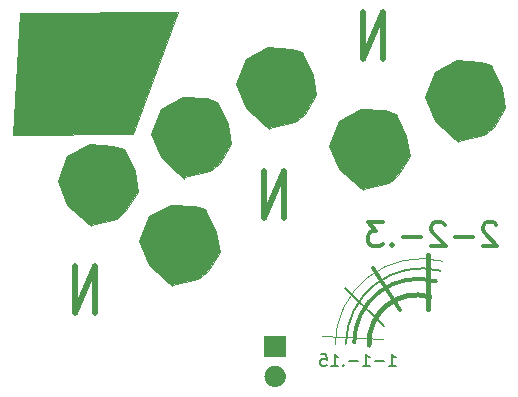
<source format=gbs>
G04 #@! TF.GenerationSoftware,KiCad,Pcbnew,(5.1.0-1548-g3fefe01d2)*
G04 #@! TF.CreationDate,2019-08-20T19:22:30-04:00*
G04 #@! TF.ProjectId,MotorcycleSpeedo,4d6f746f-7263-4796-936c-655370656564,rev?*
G04 #@! TF.SameCoordinates,Original*
G04 #@! TF.FileFunction,Soldermask,Bot*
G04 #@! TF.FilePolarity,Negative*
%FSLAX46Y46*%
G04 Gerber Fmt 4.6, Leading zero omitted, Abs format (unit mm)*
G04 Created by KiCad (PCBNEW (5.1.0-1548-g3fefe01d2)) date 2019-08-20 19:22:30*
%MOMM*%
%LPD*%
G04 APERTURE LIST*
%ADD10C,0.100000*%
%ADD11C,0.400000*%
%ADD12C,0.200000*%
%ADD13C,0.300000*%
%ADD14C,0.150000*%
%ADD15C,0.500000*%
G04 APERTURE END LIST*
D10*
G36*
X106000000Y-87000000D02*
G01*
X95800000Y-87100000D01*
X96400000Y-76800000D01*
X109800000Y-76700000D01*
X106000000Y-87000000D01*
G37*
X106000000Y-87000000D02*
X95800000Y-87100000D01*
X96400000Y-76800000D01*
X109800000Y-76700000D01*
X106000000Y-87000000D01*
D11*
X130900000Y-101800000D02*
X130900000Y-97300000D01*
D10*
X127100000Y-104400000D02*
X122000000Y-104100000D01*
D12*
X127200000Y-103300000D02*
X123900000Y-100100000D01*
D13*
X128600000Y-101900000D02*
X126300000Y-98400000D01*
X136728571Y-94695238D02*
X136633333Y-94600000D01*
X136442857Y-94504761D01*
X135966666Y-94504761D01*
X135776190Y-94600000D01*
X135680952Y-94695238D01*
X135585714Y-94885714D01*
X135585714Y-95076190D01*
X135680952Y-95361904D01*
X136823809Y-96504761D01*
X135585714Y-96504761D01*
X134728571Y-95742857D02*
X133204761Y-95742857D01*
X132347619Y-94695238D02*
X132252380Y-94600000D01*
X132061904Y-94504761D01*
X131585714Y-94504761D01*
X131395238Y-94600000D01*
X131300000Y-94695238D01*
X131204761Y-94885714D01*
X131204761Y-95076190D01*
X131300000Y-95361904D01*
X132442857Y-96504761D01*
X131204761Y-96504761D01*
X130347619Y-95742857D02*
X128823809Y-95742857D01*
X127871428Y-96314285D02*
X127776190Y-96409523D01*
X127871428Y-96504761D01*
X127966666Y-96409523D01*
X127871428Y-96314285D01*
X127871428Y-96504761D01*
X127109523Y-94504761D02*
X125871428Y-94504761D01*
X126538095Y-95266666D01*
X126252380Y-95266666D01*
X126061904Y-95361904D01*
X125966666Y-95457142D01*
X125871428Y-95647619D01*
X125871428Y-96123809D01*
X125966666Y-96314285D01*
X126061904Y-96409523D01*
X126252380Y-96504761D01*
X126823809Y-96504761D01*
X127014285Y-96409523D01*
X127109523Y-96314285D01*
D14*
X127619047Y-106652380D02*
X128190476Y-106652380D01*
X127904761Y-106652380D02*
X127904761Y-105652380D01*
X128000000Y-105795238D01*
X128095238Y-105890476D01*
X128190476Y-105938095D01*
X127190476Y-106271428D02*
X126428571Y-106271428D01*
X125428571Y-106652380D02*
X126000000Y-106652380D01*
X125714285Y-106652380D02*
X125714285Y-105652380D01*
X125809523Y-105795238D01*
X125904761Y-105890476D01*
X126000000Y-105938095D01*
X125000000Y-106271428D02*
X124238095Y-106271428D01*
X123761904Y-106557142D02*
X123714285Y-106604761D01*
X123761904Y-106652380D01*
X123809523Y-106604761D01*
X123761904Y-106557142D01*
X123761904Y-106652380D01*
X122761904Y-106652380D02*
X123333333Y-106652380D01*
X123047619Y-106652380D02*
X123047619Y-105652380D01*
X123142857Y-105795238D01*
X123238095Y-105890476D01*
X123333333Y-105938095D01*
X121857142Y-105652380D02*
X122333333Y-105652380D01*
X122380952Y-106128571D01*
X122333333Y-106080952D01*
X122238095Y-106033333D01*
X122000000Y-106033333D01*
X121904761Y-106080952D01*
X121857142Y-106128571D01*
X121809523Y-106223809D01*
X121809523Y-106461904D01*
X121857142Y-106557142D01*
X121904761Y-106604761D01*
X122000000Y-106652380D01*
X122238095Y-106652380D01*
X122333333Y-106604761D01*
X122380952Y-106557142D01*
D10*
G36*
X135400000Y-80900000D02*
G01*
X136300000Y-81200000D01*
X137200000Y-83100000D01*
X137500000Y-84800000D01*
X136500000Y-86400000D01*
X135700000Y-87100000D01*
X133500000Y-87600000D01*
X133500000Y-87700000D01*
X131500000Y-85900000D01*
X130700000Y-83900000D01*
X131500000Y-81800000D01*
X133400000Y-80800000D01*
X135400000Y-80900000D01*
G37*
X135400000Y-80900000D02*
X136300000Y-81200000D01*
X137200000Y-83100000D01*
X137500000Y-84800000D01*
X136500000Y-86400000D01*
X135700000Y-87100000D01*
X133500000Y-87600000D01*
X133500000Y-87700000D01*
X131500000Y-85900000D01*
X130700000Y-83900000D01*
X131500000Y-81800000D01*
X133400000Y-80800000D01*
X135400000Y-80900000D01*
G36*
X119400000Y-79800000D02*
G01*
X120300000Y-80100000D01*
X121200000Y-82000000D01*
X121500000Y-83700000D01*
X120500000Y-85300000D01*
X119700000Y-86000000D01*
X117500000Y-86500000D01*
X117500000Y-86600000D01*
X115500000Y-84800000D01*
X114700000Y-82800000D01*
X115500000Y-80700000D01*
X117400000Y-79700000D01*
X119400000Y-79800000D01*
G37*
X119400000Y-79800000D02*
X120300000Y-80100000D01*
X121200000Y-82000000D01*
X121500000Y-83700000D01*
X120500000Y-85300000D01*
X119700000Y-86000000D01*
X117500000Y-86500000D01*
X117500000Y-86600000D01*
X115500000Y-84800000D01*
X114700000Y-82800000D01*
X115500000Y-80700000D01*
X117400000Y-79700000D01*
X119400000Y-79800000D01*
G36*
X127300000Y-85000000D02*
G01*
X128200000Y-85300000D01*
X129100000Y-87200000D01*
X129400000Y-88900000D01*
X128400000Y-90500000D01*
X127600000Y-91200000D01*
X125400000Y-91700000D01*
X125400000Y-91800000D01*
X123400000Y-90000000D01*
X122600000Y-88000000D01*
X123400000Y-85900000D01*
X125300000Y-84900000D01*
X127300000Y-85000000D01*
G37*
X127300000Y-85000000D02*
X128200000Y-85300000D01*
X129100000Y-87200000D01*
X129400000Y-88900000D01*
X128400000Y-90500000D01*
X127600000Y-91200000D01*
X125400000Y-91700000D01*
X125400000Y-91800000D01*
X123400000Y-90000000D01*
X122600000Y-88000000D01*
X123400000Y-85900000D01*
X125300000Y-84900000D01*
X127300000Y-85000000D01*
G36*
X112200000Y-84000000D02*
G01*
X113100000Y-84300000D01*
X114000000Y-86200000D01*
X114300000Y-87900000D01*
X113300000Y-89500000D01*
X112500000Y-90200000D01*
X110300000Y-90700000D01*
X110300000Y-90800000D01*
X108300000Y-89000000D01*
X107500000Y-87000000D01*
X108300000Y-84900000D01*
X110200000Y-83900000D01*
X112200000Y-84000000D01*
G37*
X112200000Y-84000000D02*
X113100000Y-84300000D01*
X114000000Y-86200000D01*
X114300000Y-87900000D01*
X113300000Y-89500000D01*
X112500000Y-90200000D01*
X110300000Y-90700000D01*
X110300000Y-90800000D01*
X108300000Y-89000000D01*
X107500000Y-87000000D01*
X108300000Y-84900000D01*
X110200000Y-83900000D01*
X112200000Y-84000000D01*
G36*
X104300000Y-88000000D02*
G01*
X105200000Y-88300000D01*
X106100000Y-90200000D01*
X106400000Y-91900000D01*
X105400000Y-93500000D01*
X104600000Y-94200000D01*
X102400000Y-94700000D01*
X102400000Y-94800000D01*
X100400000Y-93000000D01*
X99600000Y-91000000D01*
X100400000Y-88900000D01*
X102300000Y-87900000D01*
X104300000Y-88000000D01*
G37*
X104300000Y-88000000D02*
X105200000Y-88300000D01*
X106100000Y-90200000D01*
X106400000Y-91900000D01*
X105400000Y-93500000D01*
X104600000Y-94200000D01*
X102400000Y-94700000D01*
X102400000Y-94800000D01*
X100400000Y-93000000D01*
X99600000Y-91000000D01*
X100400000Y-88900000D01*
X102300000Y-87900000D01*
X104300000Y-88000000D01*
G36*
X111200000Y-93100000D02*
G01*
X112100000Y-93400000D01*
X113000000Y-95300000D01*
X113300000Y-97000000D01*
X112300000Y-98600000D01*
X111500000Y-99300000D01*
X109300000Y-99800000D01*
X109300000Y-99900000D01*
X107300000Y-98100000D01*
X106500000Y-96100000D01*
X107300000Y-94000000D01*
X109200000Y-93000000D01*
X111200000Y-93100000D01*
G37*
X111200000Y-93100000D02*
X112100000Y-93400000D01*
X113000000Y-95300000D01*
X113300000Y-97000000D01*
X112300000Y-98600000D01*
X111500000Y-99300000D01*
X109300000Y-99800000D01*
X109300000Y-99900000D01*
X107300000Y-98100000D01*
X106500000Y-96100000D01*
X107300000Y-94000000D01*
X109200000Y-93000000D01*
X111200000Y-93100000D01*
D11*
X125953207Y-104908460D02*
G75*
G02X131099999Y-100800001I4046793J208460D01*
G01*
D13*
X124687978Y-104700868D02*
G75*
G02X131599999Y-99500001I5412022J868D01*
G01*
D12*
X123996878Y-104803321D02*
G75*
G02X131999999Y-98600001I6403122J3321D01*
G01*
D10*
X123075385Y-104900001D02*
G75*
G02X132199999Y-97800001I7324615J1D01*
G01*
D15*
X127157142Y-80694693D02*
X127157142Y-76694693D01*
X125442857Y-80694693D01*
X125442857Y-76694693D01*
X118757142Y-94133935D02*
X118757142Y-90133935D01*
X117042857Y-94133935D01*
X117042857Y-90133935D01*
X102757142Y-102161269D02*
X102757142Y-98161269D01*
X101042857Y-102161269D01*
X101042857Y-98161269D01*
D10*
G36*
X118188360Y-106653835D02*
G01*
X118269397Y-106680166D01*
X118356663Y-106707848D01*
X118359655Y-106709493D01*
X118368488Y-106712363D01*
X118440466Y-106753919D01*
X118511499Y-106792970D01*
X118518986Y-106799253D01*
X118532511Y-106807061D01*
X118590259Y-106859057D01*
X118646857Y-106906549D01*
X118656962Y-106919118D01*
X118673261Y-106933793D01*
X118715454Y-106991867D01*
X118757579Y-107044260D01*
X118767994Y-107064182D01*
X118784586Y-107087019D01*
X118811297Y-107147012D01*
X118839439Y-107200843D01*
X118847582Y-107228510D01*
X118861621Y-107260042D01*
X118873992Y-107318241D01*
X118889328Y-107370349D01*
X118892518Y-107405401D01*
X118900999Y-107445301D01*
X118900999Y-107498592D01*
X118905343Y-107546324D01*
X118900999Y-107587653D01*
X118900999Y-107634699D01*
X118891217Y-107680721D01*
X118886873Y-107722047D01*
X118872702Y-107767827D01*
X118861621Y-107819958D01*
X118845028Y-107857226D01*
X118834622Y-107890843D01*
X118808789Y-107938620D01*
X118784586Y-107992981D01*
X118764298Y-108020905D01*
X118750580Y-108046276D01*
X118711859Y-108093082D01*
X118673261Y-108146207D01*
X118652284Y-108165095D01*
X118637952Y-108182419D01*
X118585845Y-108224917D01*
X118532511Y-108272939D01*
X118513524Y-108283901D01*
X118501025Y-108294095D01*
X118435780Y-108328786D01*
X118368488Y-108367637D01*
X118353636Y-108372463D01*
X118345003Y-108377053D01*
X118267430Y-108400473D01*
X118188360Y-108426165D01*
X118179114Y-108427137D01*
X118175851Y-108428122D01*
X118084710Y-108437059D01*
X118047211Y-108441000D01*
X117952789Y-108441000D01*
X117811640Y-108426165D01*
X117730603Y-108399834D01*
X117643337Y-108372152D01*
X117640345Y-108370507D01*
X117631512Y-108367637D01*
X117559534Y-108326081D01*
X117488501Y-108287030D01*
X117481014Y-108280747D01*
X117467489Y-108272939D01*
X117409741Y-108220943D01*
X117353143Y-108173451D01*
X117343038Y-108160882D01*
X117326739Y-108146207D01*
X117284546Y-108088133D01*
X117242421Y-108035740D01*
X117232006Y-108015818D01*
X117215414Y-107992981D01*
X117188703Y-107932988D01*
X117160561Y-107879157D01*
X117152418Y-107851490D01*
X117138379Y-107819958D01*
X117126008Y-107761759D01*
X117110672Y-107709651D01*
X117107482Y-107674599D01*
X117099001Y-107634699D01*
X117099001Y-107581408D01*
X117094657Y-107533676D01*
X117099001Y-107492347D01*
X117099001Y-107445301D01*
X117108783Y-107399279D01*
X117113127Y-107357953D01*
X117127298Y-107312173D01*
X117138379Y-107260042D01*
X117154972Y-107222774D01*
X117165378Y-107189157D01*
X117191211Y-107141380D01*
X117215414Y-107087019D01*
X117235702Y-107059095D01*
X117249420Y-107033724D01*
X117288141Y-106986918D01*
X117326739Y-106933793D01*
X117347716Y-106914905D01*
X117362048Y-106897581D01*
X117414155Y-106855083D01*
X117467489Y-106807061D01*
X117486476Y-106796099D01*
X117498975Y-106785905D01*
X117564220Y-106751214D01*
X117631512Y-106712363D01*
X117646364Y-106707537D01*
X117654997Y-106702947D01*
X117732570Y-106679527D01*
X117811640Y-106653835D01*
X117820886Y-106652863D01*
X117824149Y-106651878D01*
X117915290Y-106642941D01*
X117952789Y-106639000D01*
X118047211Y-106639000D01*
X118188360Y-106653835D01*
X118188360Y-106653835D01*
G37*
G36*
X118869899Y-104101959D02*
G01*
X118886769Y-104113231D01*
X118898041Y-104130101D01*
X118904448Y-104162312D01*
X118904448Y-105837688D01*
X118901999Y-105850000D01*
X118898041Y-105869899D01*
X118886769Y-105886769D01*
X118869899Y-105898041D01*
X118850000Y-105901999D01*
X118837688Y-105904448D01*
X117162312Y-105904448D01*
X117130101Y-105898041D01*
X117113231Y-105886769D01*
X117101959Y-105869899D01*
X117095552Y-105837688D01*
X117095552Y-104162312D01*
X117101959Y-104130101D01*
X117113231Y-104113231D01*
X117130101Y-104101959D01*
X117162312Y-104095552D01*
X118837688Y-104095552D01*
X118869899Y-104101959D01*
X118869899Y-104101959D01*
G37*
G36*
X101654043Y-85547274D02*
G01*
X101679123Y-85547274D01*
X101731189Y-85561225D01*
X101775903Y-85569311D01*
X101799102Y-85579422D01*
X101831977Y-85588231D01*
X101870985Y-85610752D01*
X101904375Y-85625305D01*
X101931827Y-85645879D01*
X101969023Y-85667354D01*
X101994574Y-85692905D01*
X102016522Y-85709354D01*
X102044276Y-85742607D01*
X102080920Y-85779251D01*
X102094518Y-85802803D01*
X102106321Y-85816945D01*
X102129728Y-85863789D01*
X102160043Y-85916297D01*
X102164759Y-85933898D01*
X102168964Y-85942313D01*
X102183102Y-86002355D01*
X102201000Y-86069151D01*
X102201000Y-86227397D01*
X102182014Y-86298253D01*
X102165282Y-86364134D01*
X102163389Y-86367762D01*
X102160043Y-86380251D01*
X102127185Y-86437163D01*
X102100461Y-86488391D01*
X102091878Y-86498317D01*
X102080920Y-86517297D01*
X102040612Y-86557605D01*
X102008799Y-86594396D01*
X101990857Y-86607360D01*
X101969023Y-86629194D01*
X101927304Y-86653281D01*
X101895200Y-86676477D01*
X101866445Y-86688417D01*
X101831977Y-86708317D01*
X101794040Y-86718482D01*
X101765772Y-86730220D01*
X101726153Y-86736672D01*
X101679123Y-86749274D01*
X101648777Y-86749274D01*
X101627452Y-86752747D01*
X101578405Y-86749274D01*
X101520877Y-86749274D01*
X101500214Y-86743737D01*
X101487655Y-86742848D01*
X101431980Y-86725454D01*
X101368023Y-86708317D01*
X101357288Y-86702119D01*
X101353882Y-86701055D01*
X101294672Y-86665968D01*
X101230977Y-86629194D01*
X101179830Y-86578047D01*
X101132421Y-86532345D01*
X101129344Y-86527561D01*
X101119080Y-86517297D01*
X101086987Y-86461710D01*
X101056609Y-86414482D01*
X101051709Y-86400606D01*
X101039957Y-86380251D01*
X101025602Y-86326678D01*
X101009942Y-86282332D01*
X101007401Y-86258750D01*
X100999000Y-86227397D01*
X100999000Y-86180783D01*
X100994928Y-86142992D01*
X100999000Y-86110530D01*
X100999000Y-86069151D01*
X101008760Y-86032727D01*
X101012371Y-86003938D01*
X101026949Y-85964845D01*
X101039957Y-85916297D01*
X101054344Y-85891377D01*
X101061337Y-85872625D01*
X101089541Y-85830415D01*
X101119080Y-85779251D01*
X101133085Y-85765246D01*
X101139196Y-85756100D01*
X101183113Y-85715218D01*
X101230977Y-85667354D01*
X101240333Y-85661952D01*
X101241775Y-85660610D01*
X101304565Y-85624868D01*
X101368023Y-85588231D01*
X101436629Y-85569848D01*
X101498048Y-85551830D01*
X101505320Y-85551442D01*
X101520877Y-85547274D01*
X101583540Y-85547274D01*
X101637995Y-85544372D01*
X101654043Y-85547274D01*
X101654043Y-85547274D01*
G37*
M02*

</source>
